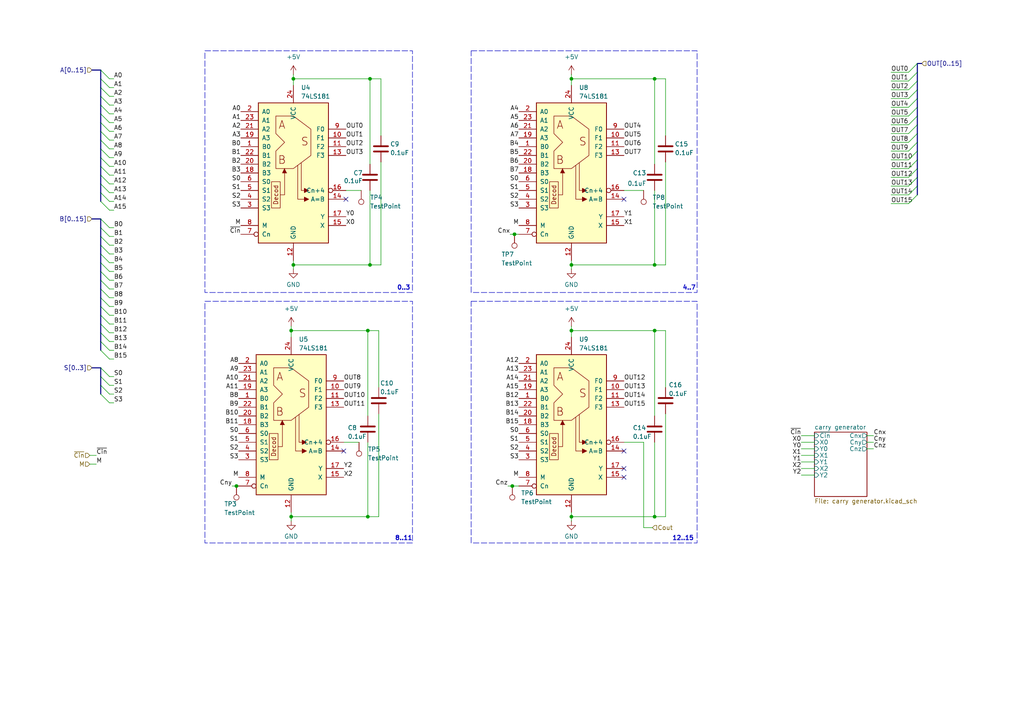
<source format=kicad_sch>
(kicad_sch (version 20231120) (generator "eeschema") (generator_version "8.0")
  (paper "A4")
  (title_block (rev "V1.0"))
  (lib_symbols
    (symbol "74xx:74LS181" (pin_names (offset 1.016))
      (property "Reference" "U" (at -7.62 21.59 0))
      (property "Value" "74LS181" (at -7.62 -21.59 0))
      (symbol "74LS181_1_0"
        (polyline (pts (xy -3.81 -6.35) (xy -2.54 -6.35) (xy -2.54 1.27)))
        (polyline (pts (xy -2.54 1.27) (xy -3.175 0) (xy -1.905 0)) (fill (type outline)))
        (polyline (pts (xy 1.27 2.159) (xy 1.27 -7.62) (xy 3.175 -7.62)))
        (polyline (pts (xy 3.175 -5.08) (xy 2.286 -5.08) (xy 2.286 2.921)))
        (polyline (pts (xy 4.445 -7.62) (xy 3.175 -6.985) (xy 3.175 -8.255) (xy 4.445 -7.62)) (fill (type outline)))
        (polyline (pts (xy 4.445 -5.08) (xy 3.175 -4.445) (xy 3.175 -5.715) (xy 4.445 -5.08)) (fill (type outline)))
        (polyline (pts (xy -6.35 -2.54) (xy -6.35 -10.16) (xy -3.81 -10.16) (xy -3.81 -2.54) (xy -6.35 -2.54)))
        (polyline (pts (xy -5.08 16.51) (xy -5.08 11.43) (xy -2.54 8.89) (xy -5.08 6.35) (xy -5.08 1.27) (xy 0 1.27) (xy 5.08 5.08) (xy 5.08 12.7) (xy 0 16.51) (xy -5.08 16.51)))
        (text "A" (at -3.302 13.97 0) (effects (font (size 2.286 2.286))))
        (text "B" (at -3.302 3.81 0) (effects (font (size 2.286 2.286))))
        (text "Decod" (at -5.08 -6.35 900) (effects (font (size 1.27 1.27))))
        (text "S" (at 3.302 9.144 0) (effects (font (size 2.286 2.286))))
        (pin input line (at -15.24 7.62 0) (length 5.08) (name "B0") (number "1"))
        (pin output line (at 15.24 10.16 180) (length 5.08) (name "F1") (number "10"))
        (pin output line (at 15.24 7.62 180) (length 5.08) (name "F2") (number "11"))
        (pin power_in line (at 0 -25.4 90) (length 5.08) (name "GND") (number "12"))
        (pin output line (at 15.24 5.08 180) (length 5.08) (name "F3") (number "13"))
        (pin output line (at 15.24 -7.62 180) (length 5.08) (name "A=B") (number "14"))
        (pin output line (at 15.24 -15.24 180) (length 5.08) (name "X") (number "15"))
        (pin output inverted (at 15.24 -5.08 180) (length 5.08) (name "Cn+4") (number "16"))
        (pin output line (at 15.24 -12.7 180) (length 5.08) (name "Y") (number "17"))
        (pin input line (at -15.24 0 0) (length 5.08) (name "B3") (number "18"))
        (pin input line (at -15.24 10.16 0) (length 5.08) (name "A3") (number "19"))
        (pin input line (at -15.24 17.78 0) (length 5.08) (name "A0") (number "2"))
        (pin input line (at -15.24 2.54 0) (length 5.08) (name "B2") (number "20"))
        (pin input line (at -15.24 12.7 0) (length 5.08) (name "A2") (number "21"))
        (pin input line (at -15.24 5.08 0) (length 5.08) (name "B1") (number "22"))
        (pin input line (at -15.24 15.24 0) (length 5.08) (name "A1") (number "23"))
        (pin power_in line (at 0 25.4 270) (length 5.08) (name "VCC") (number "24"))
        (pin input line (at -15.24 -10.16 0) (length 5.08) (name "S3") (number "3"))
        (pin input line (at -15.24 -7.62 0) (length 5.08) (name "S2") (number "4"))
        (pin input line (at -15.24 -5.08 0) (length 5.08) (name "S1") (number "5"))
        (pin input line (at -15.24 -2.54 0) (length 5.08) (name "S0") (number "6"))
        (pin input inverted (at -15.24 -17.78 0) (length 5.08) (name "Cn") (number "7"))
        (pin input line (at -15.24 -15.24 0) (length 5.08) (name "M") (number "8"))
        (pin output line (at 15.24 12.7 180) (length 5.08) (name "F0") (number "9"))
      )
      (symbol "74LS181_1_1"
        (rectangle (start -10.16 20.32) (end 10.16 -20.32) (stroke (width 0.254)) (fill (type background)))
      )
    )
    (symbol "Connector:TestPoint" (pin_numbers hide) (pin_names (offset 0.762) hide)
      (property "Reference" "TP" (at 0 6.858 0))
      (property "Value" "TestPoint" (at 0 5.08 0))
      (symbol "TestPoint_0_1"
        (circle (center 0 3.302) (radius 0.762))
      )
      (symbol "TestPoint_1_1"
        (pin passive line (at 0 0 90) (length 2.54) (name "1") (number "1"))
      )
    )
    (symbol "Device:C" (pin_numbers hide) (pin_names (offset 0.254))
      (property "Reference" "C" (at 0.635 2.54 0))
      (property "Value" "C" (at 0.635 -2.54 0))
      (symbol "C_0_1"
        (polyline (pts (xy -2.032 -0.762) (xy 2.032 -0.762)) (stroke (width 0.508)))
        (polyline (pts (xy -2.032 0.762) (xy 2.032 0.762)) (stroke (width 0.508)))
      )
      (symbol "C_1_1"
        (pin passive line (at 0 3.81 270) (length 2.794) (name "~") (number "1"))
        (pin passive line (at 0 -3.81 90) (length 2.794) (name "~") (number "2"))
      )
    )
    (symbol "power:+5V" (power) (pin_numbers hide) (pin_names (offset 0) hide)
      (property "Value" "+5V" (at 0 3.556 0))
      (symbol "+5V_0_1"
        (polyline (pts (xy -0.762 1.27) (xy 0 2.54)))
        (polyline (pts (xy 0 0) (xy 0 2.54)))
        (polyline (pts (xy 0 2.54) (xy 0.762 1.27)))
      )
      (symbol "+5V_1_1"
        (pin power_in line (at 0 0 90) (length 0) (name "~") (number "1"))
      )
    )
    (symbol "power:GND" (power) (pin_numbers hide) (pin_names (offset 0) hide)
      (property "Value" "GND" (at 0 -3.81 0))
      (symbol "GND_0_1"
        (polyline (pts (xy 0 0) (xy 0 -1.27) (xy 1.27 -1.27) (xy 0 -2.54) (xy -1.27 -1.27) (xy 0 -1.27)))
      )
      (symbol "GND_1_1"
        (pin power_in line (at 0 0 270) (length 0) (name "~") (number "1"))
      )
    )
  )
  (junction (at 165.735 76.835))
  (junction (at 107.315 22.86))
  (junction (at 84.455 95.885))
  (junction (at 85.09 76.835))
  (junction (at 189.865 22.86))
  (junction (at 165.735 149.86))
  (junction (at 189.865 149.86))
  (junction (at 189.865 95.885))
  (junction (at 106.68 149.86))
  (junction (at 107.315 76.835))
  (junction (at 165.735 95.885))
  (junction (at 148.59 140.97))
  (junction (at 84.455 149.86))
  (junction (at 189.865 76.835))
  (junction (at 85.09 22.86))
  (junction (at 149.225 67.945))
  (junction (at 165.735 22.86))
  (junction (at 68.58 140.97))
  (junction (at 106.68 95.885))
  (no_connect (at 99.695 130.81))
  (no_connect (at 180.975 135.89))
  (no_connect (at 180.975 130.81))
  (no_connect (at 100.33 57.785))
  (no_connect (at 180.975 138.43))
  (no_connect (at 180.975 57.785))
  (bus_entry (at 29.21 88.9) (size 2.54 2.54))
  (bus_entry (at 29.21 76.2) (size 2.54 2.54))
  (bus_entry (at 29.21 81.28) (size 2.54 2.54))
  (bus_entry (at 29.21 93.98) (size 2.54 2.54))
  (bus_entry (at 29.21 33.02) (size 2.54 2.54))
  (bus_entry (at 29.21 55.88) (size 2.54 2.54))
  (bus_entry (at 29.21 86.36) (size 2.54 2.54))
  (bus_entry (at 266.065 23.495) (size -2.54 2.54))
  (bus_entry (at 29.21 35.56) (size 2.54 2.54))
  (bus_entry (at 29.21 83.82) (size 2.54 2.54))
  (bus_entry (at 29.21 96.52) (size 2.54 2.54))
  (bus_entry (at 29.21 109.22) (size 2.54 2.54))
  (bus_entry (at 29.21 43.18) (size 2.54 2.54))
  (bus_entry (at 266.065 33.655) (size -2.54 2.54))
  (bus_entry (at 266.065 38.735) (size -2.54 2.54))
  (bus_entry (at 266.065 41.275) (size -2.54 2.54))
  (bus_entry (at 266.065 36.195) (size -2.54 2.54))
  (bus_entry (at 29.21 111.76) (size 2.54 2.54))
  (bus_entry (at 266.065 51.435) (size -2.54 2.54))
  (bus_entry (at 29.21 99.06) (size 2.54 2.54))
  (bus_entry (at 29.21 71.12) (size 2.54 2.54))
  (bus_entry (at 266.065 28.575) (size -2.54 2.54))
  (bus_entry (at 266.065 43.815) (size -2.54 2.54))
  (bus_entry (at 29.21 50.8) (size 2.54 2.54))
  (bus_entry (at 29.21 66.04) (size 2.54 2.54))
  (bus_entry (at 29.21 53.34) (size 2.54 2.54))
  (bus_entry (at 29.21 20.32) (size 2.54 2.54))
  (bus_entry (at 266.065 18.415) (size -2.54 2.54))
  (bus_entry (at 29.21 73.66) (size 2.54 2.54))
  (bus_entry (at 29.21 40.64) (size 2.54 2.54))
  (bus_entry (at 29.21 63.5) (size 2.54 2.54))
  (bus_entry (at 266.065 20.955) (size -2.54 2.54))
  (bus_entry (at 29.21 48.26) (size 2.54 2.54))
  (bus_entry (at 29.21 45.72) (size 2.54 2.54))
  (bus_entry (at 29.21 101.6) (size 2.54 2.54))
  (bus_entry (at 29.21 30.48) (size 2.54 2.54))
  (bus_entry (at 29.21 38.1) (size 2.54 2.54))
  (bus_entry (at 29.21 58.42) (size 2.54 2.54))
  (bus_entry (at 29.21 78.74) (size 2.54 2.54))
  (bus_entry (at 266.065 56.515) (size -2.54 2.54))
  (bus_entry (at 266.065 53.975) (size -2.54 2.54))
  (bus_entry (at 266.065 31.115) (size -2.54 2.54))
  (bus_entry (at 29.21 22.86) (size 2.54 2.54))
  (bus_entry (at 29.21 106.68) (size 2.54 2.54))
  (bus_entry (at 266.065 48.895) (size -2.54 2.54))
  (bus_entry (at 29.21 25.4) (size 2.54 2.54))
  (bus_entry (at 266.065 26.035) (size -2.54 2.54))
  (bus_entry (at 29.21 114.3) (size 2.54 2.54))
  (bus_entry (at 29.21 27.94) (size 2.54 2.54))
  (bus_entry (at 29.21 68.58) (size 2.54 2.54))
  (bus_entry (at 29.21 91.44) (size 2.54 2.54))
  (bus_entry (at 266.065 46.355) (size -2.54 2.54))
  (wire (pts (xy 67.31 140.97) (xy 68.58 140.97)))
  (wire (pts (xy 258.445 36.195) (xy 263.525 36.195)))
  (wire (pts (xy 31.75 50.8) (xy 33.02 50.8)))
  (wire (pts (xy 31.75 99.06) (xy 33.02 99.06)))
  (bus (pts (xy 266.065 23.495) (xy 266.065 26.035)))
  (wire (pts (xy 31.75 45.72) (xy 33.02 45.72)))
  (wire (pts (xy 31.75 33.02) (xy 33.02 33.02)))
  (wire (pts (xy 31.75 91.44) (xy 33.02 91.44)))
  (wire (pts (xy 31.75 81.28) (xy 33.02 81.28)))
  (wire (pts (xy 148.59 140.97) (xy 150.495 140.97)))
  (wire (pts (xy 31.75 73.66) (xy 33.02 73.66)))
  (bus (pts (xy 29.21 66.04) (xy 29.21 68.58)))
  (wire (pts (xy 193.04 76.835) (xy 189.865 76.835)))
  (wire (pts (xy 31.75 55.88) (xy 33.02 55.88)))
  (wire (pts (xy 106.68 149.86) (xy 106.68 128.27)))
  (wire (pts (xy 165.735 75.565) (xy 165.735 76.835)))
  (wire (pts (xy 107.315 76.835) (xy 107.315 55.245)))
  (wire (pts (xy 258.445 43.815) (xy 263.525 43.815)))
  (wire (pts (xy 31.75 27.94) (xy 33.02 27.94)))
  (wire (pts (xy 232.41 132.08) (xy 236.22 132.08)))
  (wire (pts (xy 165.735 148.59) (xy 165.735 149.86)))
  (wire (pts (xy 258.445 51.435) (xy 263.525 51.435)))
  (wire (pts (xy 258.445 26.035) (xy 263.525 26.035)))
  (wire (pts (xy 232.41 133.985) (xy 236.22 133.985)))
  (wire (pts (xy 189.865 95.885) (xy 193.04 95.885)))
  (bus (pts (xy 29.21 88.9) (xy 29.21 91.44)))
  (bus (pts (xy 29.21 48.26) (xy 29.21 50.8)))
  (wire (pts (xy 258.445 38.735) (xy 263.525 38.735)))
  (wire (pts (xy 193.04 46.99) (xy 193.04 76.835)))
  (wire (pts (xy 31.75 96.52) (xy 33.02 96.52)))
  (wire (pts (xy 85.09 76.835) (xy 107.315 76.835)))
  (wire (pts (xy 31.75 116.84) (xy 33.02 116.84)))
  (wire (pts (xy 110.49 46.99) (xy 110.49 76.835)))
  (wire (pts (xy 149.225 67.945) (xy 150.495 67.945)))
  (wire (pts (xy 258.445 48.895) (xy 263.525 48.895)))
  (wire (pts (xy 31.75 83.82) (xy 33.02 83.82)))
  (wire (pts (xy 31.75 86.36) (xy 33.02 86.36)))
  (wire (pts (xy 232.41 135.89) (xy 236.22 135.89)))
  (wire (pts (xy 251.46 128.27) (xy 253.365 128.27)))
  (bus (pts (xy 26.67 63.5) (xy 29.21 63.5)))
  (wire (pts (xy 232.41 128.27) (xy 236.22 128.27)))
  (wire (pts (xy 193.04 149.86) (xy 189.865 149.86)))
  (bus (pts (xy 29.21 53.34) (xy 29.21 55.88)))
  (wire (pts (xy 84.455 95.885) (xy 84.455 97.79)))
  (wire (pts (xy 31.75 78.74) (xy 33.02 78.74)))
  (wire (pts (xy 100.33 55.245) (xy 104.775 55.245)))
  (bus (pts (xy 29.21 22.86) (xy 29.21 25.4)))
  (bus (pts (xy 29.21 30.48) (xy 29.21 33.02)))
  (wire (pts (xy 193.04 22.86) (xy 193.04 39.37)))
  (wire (pts (xy 258.445 46.355) (xy 263.525 46.355)))
  (wire (pts (xy 31.75 58.42) (xy 33.02 58.42)))
  (wire (pts (xy 109.855 95.885) (xy 109.855 112.395)))
  (bus (pts (xy 29.21 96.52) (xy 29.21 99.06)))
  (wire (pts (xy 106.68 95.885) (xy 106.68 120.65)))
  (wire (pts (xy 84.455 149.86) (xy 84.455 151.13)))
  (wire (pts (xy 251.46 126.365) (xy 253.365 126.365)))
  (wire (pts (xy 110.49 22.86) (xy 110.49 39.37)))
  (wire (pts (xy 147.955 67.945) (xy 149.225 67.945)))
  (wire (pts (xy 258.445 56.515) (xy 263.525 56.515)))
  (wire (pts (xy 165.735 149.86) (xy 189.865 149.86)))
  (bus (pts (xy 29.21 27.94) (xy 29.21 30.48)))
  (bus (pts (xy 29.21 93.98) (xy 29.21 96.52)))
  (wire (pts (xy 109.855 149.86) (xy 106.68 149.86)))
  (wire (pts (xy 106.68 95.885) (xy 109.855 95.885)))
  (wire (pts (xy 84.455 94.615) (xy 84.455 95.885)))
  (wire (pts (xy 84.455 95.885) (xy 106.68 95.885)))
  (wire (pts (xy 31.75 93.98) (xy 33.02 93.98)))
  (wire (pts (xy 251.46 130.175) (xy 253.365 130.175)))
  (wire (pts (xy 147.32 140.97) (xy 148.59 140.97)))
  (bus (pts (xy 266.065 20.955) (xy 266.065 23.495)))
  (wire (pts (xy 258.445 33.655) (xy 263.525 33.655)))
  (wire (pts (xy 85.09 22.86) (xy 85.09 24.765)))
  (wire (pts (xy 232.41 130.175) (xy 236.22 130.175)))
  (bus (pts (xy 266.065 18.415) (xy 266.065 20.955)))
  (bus (pts (xy 266.065 33.655) (xy 266.065 36.195)))
  (bus (pts (xy 29.21 40.64) (xy 29.21 43.18)))
  (bus (pts (xy 266.065 36.195) (xy 266.065 38.735)))
  (bus (pts (xy 29.21 111.76) (xy 29.21 114.3)))
  (wire (pts (xy 232.41 137.795) (xy 236.22 137.795)))
  (wire (pts (xy 99.695 128.27) (xy 104.14 128.27)))
  (bus (pts (xy 29.21 43.18) (xy 29.21 45.72)))
  (bus (pts (xy 29.21 106.68) (xy 29.21 109.22)))
  (bus (pts (xy 266.065 46.355) (xy 266.065 48.895)))
  (wire (pts (xy 107.315 22.86) (xy 107.315 47.625)))
  (wire (pts (xy 68.58 140.97) (xy 69.215 140.97)))
  (wire (pts (xy 31.75 30.48) (xy 33.02 30.48)))
  (bus (pts (xy 266.065 41.275) (xy 266.065 43.815)))
  (wire (pts (xy 180.975 128.27) (xy 186.69 128.27)))
  (wire (pts (xy 258.445 20.955) (xy 263.525 20.955)))
  (wire (pts (xy 193.04 120.015) (xy 193.04 149.86)))
  (wire (pts (xy 232.41 126.365) (xy 236.22 126.365)))
  (wire (pts (xy 84.455 149.86) (xy 106.68 149.86)))
  (wire (pts (xy 165.735 22.86) (xy 189.865 22.86)))
  (wire (pts (xy 31.75 114.3) (xy 33.02 114.3)))
  (wire (pts (xy 165.735 95.885) (xy 165.735 97.79)))
  (wire (pts (xy 31.75 111.76) (xy 33.02 111.76)))
  (wire (pts (xy 84.455 148.59) (xy 84.455 149.86)))
  (bus (pts (xy 29.21 50.8) (xy 29.21 53.34)))
  (wire (pts (xy 186.69 128.27) (xy 186.69 153.035)))
  (wire (pts (xy 31.75 40.64) (xy 33.02 40.64)))
  (wire (pts (xy 165.735 94.615) (xy 165.735 95.885)))
  (wire (pts (xy 180.975 55.245) (xy 186.69 55.245)))
  (wire (pts (xy 193.04 95.885) (xy 193.04 112.395)))
  (wire (pts (xy 31.75 25.4) (xy 33.02 25.4)))
  (wire (pts (xy 31.75 43.18) (xy 33.02 43.18)))
  (wire (pts (xy 85.09 22.86) (xy 107.315 22.86)))
  (wire (pts (xy 31.75 53.34) (xy 33.02 53.34)))
  (wire (pts (xy 31.75 76.2) (xy 33.02 76.2)))
  (wire (pts (xy 189.865 149.86) (xy 189.865 128.27)))
  (bus (pts (xy 26.67 20.32) (xy 29.21 20.32)))
  (wire (pts (xy 189.865 22.86) (xy 193.04 22.86)))
  (wire (pts (xy 258.445 28.575) (xy 263.525 28.575)))
  (wire (pts (xy 31.75 109.22) (xy 33.02 109.22)))
  (wire (pts (xy 258.445 23.495) (xy 263.525 23.495)))
  (bus (pts (xy 29.21 45.72) (xy 29.21 48.26)))
  (wire (pts (xy 31.75 88.9) (xy 33.02 88.9)))
  (wire (pts (xy 165.735 76.835) (xy 189.865 76.835)))
  (wire (pts (xy 189.865 95.885) (xy 189.865 120.65)))
  (bus (pts (xy 29.21 81.28) (xy 29.21 83.82)))
  (wire (pts (xy 31.75 68.58) (xy 33.02 68.58)))
  (wire (pts (xy 85.09 76.835) (xy 85.09 78.105)))
  (bus (pts (xy 266.065 53.975) (xy 266.065 56.515)))
  (wire (pts (xy 107.315 22.86) (xy 110.49 22.86)))
  (bus (pts (xy 29.21 71.12) (xy 29.21 73.66)))
  (wire (pts (xy 31.75 60.96) (xy 33.02 60.96)))
  (wire (pts (xy 189.865 22.86) (xy 189.865 47.625)))
  (wire (pts (xy 165.735 21.59) (xy 165.735 22.86)))
  (bus (pts (xy 29.21 109.22) (xy 29.21 111.76)))
  (bus (pts (xy 266.065 48.895) (xy 266.065 51.435)))
  (wire (pts (xy 110.49 76.835) (xy 107.315 76.835)))
  (wire (pts (xy 258.445 31.115) (xy 263.525 31.115)))
  (wire (pts (xy 258.445 59.055) (xy 263.525 59.055)))
  (wire (pts (xy 165.735 95.885) (xy 189.865 95.885)))
  (wire (pts (xy 189.865 76.835) (xy 189.865 55.245)))
  (bus (pts (xy 266.065 26.035) (xy 266.065 28.575)))
  (bus (pts (xy 29.21 25.4) (xy 29.21 27.94)))
  (bus (pts (xy 26.67 106.68) (xy 29.21 106.68)))
  (wire (pts (xy 31.75 22.86) (xy 33.02 22.86)))
  (wire (pts (xy 31.75 66.04) (xy 33.02 66.04)))
  (bus (pts (xy 29.21 73.66) (xy 29.21 76.2)))
  (wire (pts (xy 109.855 120.015) (xy 109.855 149.86)))
  (wire (pts (xy 31.75 48.26) (xy 33.02 48.26)))
  (wire (pts (xy 258.445 41.275) (xy 263.525 41.275)))
  (wire (pts (xy 26.035 134.62) (xy 27.94 134.62)))
  (wire (pts (xy 85.09 75.565) (xy 85.09 76.835)))
  (wire (pts (xy 31.75 35.56) (xy 33.02 35.56)))
  (bus (pts (xy 29.21 99.06) (xy 29.21 101.6)))
  (bus (pts (xy 29.21 68.58) (xy 29.21 71.12)))
  (bus (pts (xy 29.21 20.32) (xy 29.21 22.86)))
  (bus (pts (xy 266.065 31.115) (xy 266.065 33.655)))
  (bus (pts (xy 266.065 38.735) (xy 266.065 41.275)))
  (wire (pts (xy 31.75 104.14) (xy 33.02 104.14)))
  (bus (pts (xy 266.065 51.435) (xy 266.065 53.975)))
  (wire (pts (xy 165.735 76.835) (xy 165.735 78.105)))
  (wire (pts (xy 85.09 21.59) (xy 85.09 22.86)))
  (bus (pts (xy 29.21 38.1) (xy 29.21 40.64)))
  (bus (pts (xy 29.21 63.5) (xy 29.21 66.04)))
  (bus (pts (xy 29.21 91.44) (xy 29.21 93.98)))
  (wire (pts (xy 165.735 149.86) (xy 165.735 151.13)))
  (wire (pts (xy 31.75 71.12) (xy 33.02 71.12)))
  (wire (pts (xy 186.69 153.035) (xy 189.23 153.035)))
  (bus (pts (xy 29.21 55.88) (xy 29.21 58.42)))
  (wire (pts (xy 165.735 22.86) (xy 165.735 24.765)))
  (bus (pts (xy 29.21 78.74) (xy 29.21 81.28)))
  (wire (pts (xy 31.75 101.6) (xy 33.02 101.6)))
  (bus (pts (xy 29.21 35.56) (xy 29.21 38.1)))
  (wire (pts (xy 31.75 38.1) (xy 33.02 38.1)))
  (bus (pts (xy 29.21 76.2) (xy 29.21 78.74)))
  (wire (pts (xy 26.035 132.08) (xy 27.94 132.08)))
  (bus (pts (xy 29.21 83.82) (xy 29.21 86.36)))
  (bus (pts (xy 266.065 43.815) (xy 266.065 46.355)))
  (bus (pts (xy 267.335 18.415) (xy 266.065 18.415)))
  (bus (pts (xy 29.21 86.36) (xy 29.21 88.9)))
  (wire (pts (xy 258.445 53.975) (xy 263.525 53.975)))
  (bus (pts (xy 266.065 28.575) (xy 266.065 31.115)))
  (bus (pts (xy 29.21 33.02) (xy 29.21 35.56)))
  (rectangle (start 59.436 87.376) (end 119.634 157.48) (stroke (width 0) (type dash)))
  (rectangle (start 136.652 87.376) (end 202.184 157.48) (stroke (width 0) (type dash)))
  (rectangle (start 136.652 14.732) (end 202.184 84.836) (stroke (width 0) (type dash)))
  (rectangle (start 59.436 14.732) (end 119.634 84.836) (stroke (width 0) (type dash)))
  (text "4..7" (at 199.898 83.566 0) (effects (font (size 1.27 1.27) (thickness 0.254) (bold yes))))
  (text "0..3\n" (at 117.094 83.566 0) (effects (font (size 1.27 1.27) (thickness 0.254) (bold yes))))
  (text "12..15\n" (at 198.12 156.21 0) (effects (font (size 1.27 1.27) (thickness 0.254) (bold yes))))
  (text "8..11" (at 117.094 156.21 0) (effects (font (size 1.27 1.27) (thickness 0.254) (bold yes))))
  (label "X0" (at 232.41 128.27 180))
  (label "X1" (at 232.41 132.08 180))
  (label "S3" (at 150.495 60.325 180))
  (label "M" (at 69.215 138.43 180))
  (label "A11" (at 33.02 50.8 0))
  (label "B9" (at 69.215 118.11 180))
  (label "A7" (at 150.495 40.005 180))
  (label "Cny" (at 253.365 128.27 0))
  (label "OUT12" (at 180.975 110.49 0))
  (label "M" (at 150.495 138.43 180))
  (label "OUT2" (at 258.445 26.035 0))
  (label "OUT12" (at 258.445 51.435 0))
  (label "B2" (at 33.02 71.12 0))
  (label "S3" (at 69.215 133.35 180))
  (label "Y1" (at 232.41 133.985 180))
  (label "OUT4" (at 258.445 31.115 0))
  (label "OUT11" (at 99.695 118.11 0))
  (label "S2" (at 69.215 130.81 180))
  (label "S0" (at 150.495 125.73 180))
  (label "OUT15" (at 180.975 118.11 0))
  (label "OUT3" (at 258.445 28.575 0))
  (label "B12" (at 33.02 96.52 0))
  (label "B13" (at 33.02 99.06 0))
  (label "A13" (at 33.02 55.88 0))
  (label "B1" (at 33.02 68.58 0))
  (label "OUT6" (at 258.445 36.195 0))
  (label "OUT9" (at 99.695 113.03 0))
  (label "OUT15" (at 258.445 59.055 0))
  (label "A13" (at 150.495 107.95 180))
  (label "S1" (at 150.495 55.245 180))
  (label "OUT14" (at 180.975 115.57 0))
  (label "A14" (at 33.02 58.42 0))
  (label "Cny" (at 67.31 140.97 180))
  (label "B5" (at 33.02 78.74 0))
  (label "A6" (at 150.495 37.465 180))
  (label "Cnx" (at 147.955 67.945 180))
  (label "A0" (at 33.02 22.86 0))
  (label "A6" (at 33.02 38.1 0))
  (label "B0" (at 33.02 66.04 0))
  (label "S0" (at 150.495 52.705 180))
  (label "OUT7" (at 258.445 38.735 0))
  (label "OUT5" (at 258.445 33.655 0))
  (label "B7" (at 33.02 83.82 0))
  (label "Cnx" (at 253.365 126.365 0))
  (label "A9" (at 33.02 45.72 0))
  (label "X2" (at 99.695 138.43 0))
  (label "B1" (at 69.85 45.085 180))
  (label "S0" (at 69.215 125.73 180))
  (label "OUT6" (at 180.975 42.545 0))
  (label "A2" (at 69.85 37.465 180))
  (label "A8" (at 69.215 105.41 180))
  (label "M" (at 27.94 134.62 0))
  (label "~{Cin}" (at 232.41 126.365 180))
  (label "S1" (at 150.495 128.27 180))
  (label "A12" (at 33.02 53.34 0))
  (label "A0" (at 69.85 32.385 180))
  (label "B5" (at 150.495 45.085 180))
  (label "B3" (at 69.85 50.165 180))
  (label "OUT11" (at 258.445 48.895 0))
  (label "OUT7" (at 180.975 45.085 0))
  (label "Cnz" (at 253.365 130.175 0))
  (label "A15" (at 150.495 113.03 180))
  (label "S1" (at 69.215 128.27 180))
  (label "S1" (at 69.85 55.245 180))
  (label "Y2" (at 232.41 137.795 180))
  (label "A3" (at 33.02 30.48 0))
  (label "B10" (at 33.02 91.44 0))
  (label "A5" (at 150.495 34.925 180))
  (label "A12" (at 150.495 105.41 180))
  (label "OUT10" (at 258.445 46.355 0))
  (label "B11" (at 69.215 123.19 180))
  (label "B3" (at 33.02 73.66 0))
  (label "B4" (at 150.495 42.545 180))
  (label "B10" (at 69.215 120.65 180))
  (label "S1" (at 33.02 111.76 0))
  (label "B14" (at 150.495 120.65 180))
  (label "S0" (at 33.02 109.22 0))
  (label "A10" (at 33.02 48.26 0))
  (label "A4" (at 150.495 32.385 180))
  (label "OUT3" (at 100.33 45.085 0))
  (label "B11" (at 33.02 93.98 0))
  (label "B14" (at 33.02 101.6 0))
  (label "B0" (at 69.85 42.545 180))
  (label "OUT1" (at 100.33 40.005 0))
  (label "B15" (at 150.495 123.19 180))
  (label "B7" (at 150.495 50.165 180))
  (label "OUT5" (at 180.975 40.005 0))
  (label "B13" (at 150.495 118.11 180))
  (label "A15" (at 33.02 60.96 0))
  (label "B4" (at 33.02 76.2 0))
  (label "OUT8" (at 258.445 41.275 0))
  (label "Y0" (at 232.41 130.175 180))
  (label "B8" (at 69.215 115.57 180))
  (label "S3" (at 33.02 116.84 0))
  (label "B6" (at 150.495 47.625 180))
  (label "A7" (at 33.02 40.64 0))
  (label "B8" (at 33.02 86.36 0))
  (label "S2" (at 69.85 57.785 180))
  (label "M" (at 69.85 65.405 180))
  (label "A1" (at 33.02 25.4 0))
  (label "S2" (at 33.02 114.3 0))
  (label "X2" (at 232.41 135.89 180))
  (label "S2" (at 150.495 130.81 180))
  (label "S0" (at 69.85 52.705 180))
  (label "A1" (at 69.85 34.925 180))
  (label "A9" (at 69.215 107.95 180))
  (label "X1" (at 180.975 65.405 0))
  (label "A8" (at 33.02 43.18 0))
  (label "OUT8" (at 99.695 110.49 0))
  (label "S2" (at 150.495 57.785 180))
  (label "M" (at 150.495 65.405 180))
  (label "OUT0" (at 100.33 37.465 0))
  (label "A11" (at 69.215 113.03 180))
  (label "A10" (at 69.215 110.49 180))
  (label "X0" (at 100.33 65.405 0))
  (label "Cnz" (at 147.32 140.97 180))
  (label "OUT1" (at 258.445 23.495 0))
  (label "OUT13" (at 180.975 113.03 0))
  (label "B12" (at 150.495 115.57 180))
  (label "~{Cin}" (at 69.85 67.945 180))
  (label "A5" (at 33.02 35.56 0))
  (label "S3" (at 69.85 60.325 180))
  (label "OUT10" (at 99.695 115.57 0))
  (label "OUT9" (at 258.445 43.815 0))
  (label "B15" (at 33.02 104.14 0))
  (label "Y0" (at 100.33 62.865 0))
  (label "B9" (at 33.02 88.9 0))
  (label "Y2" (at 99.695 135.89 0))
  (label "OUT2" (at 100.33 42.545 0))
  (label "Y1" (at 180.975 62.865 0))
  (label "~{Cin}" (at 27.94 132.08 0))
  (label "A3" (at 69.85 40.005 180))
  (label "OUT0" (at 258.445 20.955 0))
  (label "OUT14" (at 258.445 56.515 0))
  (label "A2" (at 33.02 27.94 0))
  (label "B2" (at 69.85 47.625 180))
  (label "A14" (at 150.495 110.49 180))
  (label "B6" (at 33.02 81.28 0))
  (label "OUT4" (at 180.975 37.465 0))
  (label "OUT13" (at 258.445 53.975 0))
  (label "S3" (at 150.495 133.35 180))
  (label "A4" (at 33.02 33.02 0))
  (hierarchical_label "S[0..3]" (shape input) (at 26.67 106.68 180))
  (hierarchical_label "M" (shape input) (at 26.035 134.62 180))
  (hierarchical_label "B[0..15]" (shape input) (at 26.67 63.5 180))
  (hierarchical_label "A[0..15]" (shape input) (at 26.67 20.32 180))
  (hierarchical_label "Cout" (shape input) (at 189.23 153.035 0))
  (hierarchical_label "OUT[0..15]" (shape input) (at 267.335 18.415 0))
  (hierarchical_label "~{Cin}" (shape input) (at 26.035 132.08 180))
  (symbol (lib_id "Device:C") (at 110.49 43.18 0) (unit 1)
    (property "Reference" "C9" (at 113.157 41.783 0) (effects (justify left)))
    (property "Value" "0.1uF" (at 113.157 44.323 0) (effects (justify left)))
    (property "Footprint" "Capacitor_SMD:C_0603_1608Metric" (effects (hide yes)))
    (property "Description" "Unpolarized capacitor" (effects (hide yes)))
  )
  (symbol (lib_id "Connector:TestPoint") (at 149.225 67.945 180) (unit 1)
    (property "Reference" "TP7" (at 145.415 73.787 0) (effects (justify right)))
    (property "Value" "TestPoint" (at 145.415 76.327 0) (effects (justify right)))
    (property "Footprint" "TestPoint:TestPoint_Pad_D1.0mm" (effects (hide yes)))
    (property "Description" "test point" (effects (hide yes)))
  )
  (symbol (lib_id "Device:C") (at 107.315 51.435 0) (unit 1)
    (property "Reference" "C7" (at 102.489 50.165 0) (effects (justify left)))
    (property "Value" "0.1uF" (at 99.695 52.451 0) (effects (justify left)))
    (property "Footprint" "Capacitor_SMD:C_0603_1608Metric" (effects (hide yes)))
    (property "Description" "Unpolarized capacitor" (effects (hide yes)))
  )
  (symbol (lib_id "74xx:74LS181") (at 85.09 50.165 0) (unit 1)
    (property "Reference" "U4" (at 87.2841 25.4 0) (effects (justify left)))
    (property "Value" "74LS181" (at 87.2841 27.94 0) (effects (justify left)))
    (property "Footprint" "Package_DIP:DIP-24_W15.24mm_Socket" (effects (hide yes)))
    (property "Datasheet" "74xx/74F181.pdf" (effects (hide yes)))
    (property "Description" "Arithmetic logic unit" (effects (hide yes)))
  )
  (symbol (lib_id "power:+5V") (at 165.735 94.615 0) (unit 1)
    (property "Reference" "#PWR022" (effects (hide yes)))
    (property "Value" "+5V" (at 165.735 89.535 0))
    (property "Description" "Power symbol creates a global label with name \"+5V\"" (effects (hide yes)))
  )
  (symbol (lib_id "74xx:74LS181") (at 165.735 123.19 0) (unit 1)
    (property "Reference" "U9" (at 167.9291 98.425 0) (effects (justify left)))
    (property "Value" "74LS181" (at 167.9291 100.965 0) (effects (justify left)))
    (property "Footprint" "Package_DIP:DIP-24_W15.24mm_Socket" (effects (hide yes)))
    (property "Datasheet" "74xx/74F181.pdf" (effects (hide yes)))
    (property "Description" "Arithmetic logic unit" (effects (hide yes)))
  )
  (symbol (lib_id "Device:C") (at 106.68 124.46 0) (unit 1)
    (property "Reference" "C8" (at 100.838 124.079 0) (effects (justify left)))
    (property "Value" "0.1uF" (at 100.838 126.619 0) (effects (justify left)))
    (property "Footprint" "Capacitor_SMD:C_0603_1608Metric" (effects (hide yes)))
    (property "Description" "Unpolarized capacitor" (effects (hide yes)))
  )
  (symbol (lib_id "Connector:TestPoint") (at 68.58 140.97 180) (unit 1)
    (property "Reference" "TP3" (at 65.024 146.177 0) (effects (justify right)))
    (property "Value" "TestPoint" (at 65.024 148.717 0) (effects (justify right)))
    (property "Footprint" "TestPoint:TestPoint_Pad_D1.0mm" (effects (hide yes)))
    (property "Description" "test point" (effects (hide yes)))
  )
  (symbol (lib_id "power:+5V") (at 165.735 21.59 0) (unit 1)
    (property "Reference" "#PWR020" (effects (hide yes)))
    (property "Value" "+5V" (at 165.735 16.51 0))
    (property "Description" "Power symbol creates a global label with name \"+5V\"" (effects (hide yes)))
  )
  (symbol (lib_id "Device:C") (at 189.865 51.435 0) (unit 1)
    (property "Reference" "C13" (at 183.515 50.165 0) (effects (justify left)))
    (property "Value" "0.1uF" (at 181.991 53.213 0) (effects (justify left)))
    (property "Footprint" "Capacitor_SMD:C_0603_1608Metric" (effects (hide yes)))
    (property "Description" "Unpolarized capacitor" (effects (hide yes)))
  )
  (symbol (lib_id "power:GND") (at 84.455 151.13 0) (unit 1)
    (property "Reference" "#PWR017" (effects (hide yes)))
    (property "Value" "GND" (at 84.455 155.575 0))
    (property "Description" "Power symbol creates a global label with name \"GND\" , ground" (effects (hide yes)))
  )
  (symbol (lib_id "power:GND") (at 165.735 151.13 0) (unit 1)
    (property "Reference" "#PWR023" (effects (hide yes)))
    (property "Value" "GND" (at 165.735 155.575 0))
    (property "Description" "Power symbol creates a global label with name \"GND\" , ground" (effects (hide yes)))
  )
  (symbol (lib_id "Device:C") (at 193.04 43.18 0) (unit 1)
    (property "Reference" "C15" (at 195.707 41.783 0) (effects (justify left)))
    (property "Value" "0.1uF" (at 195.707 44.323 0) (effects (justify left)))
    (property "Footprint" "Capacitor_SMD:C_0603_1608Metric" (effects (hide yes)))
    (property "Description" "Unpolarized capacitor" (effects (hide yes)))
  )
  (symbol (lib_id "Connector:TestPoint") (at 104.14 128.27 180) (unit 1)
    (property "Reference" "TP5" (at 106.68 130.3019 0) (effects (justify right)))
    (property "Value" "TestPoint" (at 106.68 132.8419 0) (effects (justify right)))
    (property "Footprint" "TestPoint:TestPoint_Pad_D1.0mm" (effects (hide yes)))
    (property "Description" "test point" (effects (hide yes)))
  )
  (symbol (lib_id "Connector:TestPoint") (at 148.59 140.97 180) (unit 1)
    (property "Reference" "TP6" (at 151.13 143.0019 0) (effects (justify right)))
    (property "Value" "TestPoint" (at 151.13 145.5419 0) (effects (justify right)))
    (property "Footprint" "TestPoint:TestPoint_Pad_D1.0mm" (effects (hide yes)))
    (property "Description" "test point" (effects (hide yes)))
  )
  (symbol (lib_id "Connector:TestPoint") (at 104.775 55.245 180) (unit 1)
    (property "Reference" "TP4" (at 107.315 57.2769 0) (effects (justify right)))
    (property "Value" "TestPoint" (at 107.315 59.8169 0) (effects (justify right)))
    (property "Footprint" "TestPoint:TestPoint_Pad_D1.0mm" (effects (hide yes)))
    (property "Description" "test point" (effects (hide yes)))
  )
  (symbol (lib_id "power:GND") (at 165.735 78.105 0) (unit 1)
    (property "Reference" "#PWR021" (effects (hide yes)))
    (property "Value" "GND" (at 165.735 82.55 0))
    (property "Description" "Power symbol creates a global label with name \"GND\" , ground" (effects (hide yes)))
  )
  (symbol (lib_id "power:GND") (at 85.09 78.105 0) (unit 1)
    (property "Reference" "#PWR015" (effects (hide yes)))
    (property "Value" "GND" (at 85.09 82.55 0))
    (property "Description" "Power symbol creates a global label with name \"GND\" , ground" (effects (hide yes)))
  )
  (symbol (lib_id "Device:C") (at 193.04 116.205 0) (unit 1)
    (property "Reference" "C16" (at 193.929 111.633 0) (effects (justify left)))
    (property "Value" "0.1uF" (at 193.929 114.173 0) (effects (justify left)))
    (property "Footprint" "Capacitor_SMD:C_0603_1608Metric" (effects (hide yes)))
    (property "Description" "Unpolarized capacitor" (effects (hide yes)))
  )
  (symbol (lib_id "Device:C") (at 189.865 124.46 0) (unit 1)
    (property "Reference" "C14" (at 183.515 124.079 0) (effects (justify left)))
    (property "Value" "0.1uF" (at 183.515 126.619 0) (effects (justify left)))
    (property "Footprint" "Capacitor_SMD:C_0603_1608Metric" (effects (hide yes)))
    (property "Description" "Unpolarized capacitor" (effects (hide yes)))
  )
  (symbol (lib_id "Device:C") (at 109.855 116.205 0) (unit 1)
    (property "Reference" "C10" (at 110.236 111.125 0) (effects (justify left)))
    (property "Value" "0.1uF" (at 110.236 113.665 0) (effects (justify left)))
    (property "Footprint" "Capacitor_SMD:C_0603_1608Metric" (effects (hide yes)))
    (property "Description" "Unpolarized capacitor" (effects (hide yes)))
  )
  (symbol (lib_id "power:+5V") (at 85.09 21.59 0) (unit 1)
    (property "Reference" "#PWR014" (effects (hide yes)))
    (property "Value" "+5V" (at 85.09 16.51 0))
    (property "Description" "Power symbol creates a global label with name \"+5V\"" (effects (hide yes)))
  )
  (symbol (lib_id "Connector:TestPoint") (at 186.69 55.245 180) (unit 1)
    (property "Reference" "TP8" (at 189.23 57.2769 0) (effects (justify right)))
    (property "Value" "TestPoint" (at 189.23 59.8169 0) (effects (justify right)))
    (property "Footprint" "TestPoint:TestPoint_Pad_D1.0mm" (effects (hide yes)))
    (property "Description" "test point" (effects (hide yes)))
  )
  (symbol (lib_id "power:+5V") (at 84.455 94.615 0) (unit 1)
    (property "Reference" "#PWR016" (effects (hide yes)))
    (property "Value" "+5V" (at 84.455 89.535 0))
    (property "Description" "Power symbol creates a global label with name \"+5V\"" (effects (hide yes)))
  )
  (symbol (lib_id "74xx:74LS181") (at 84.455 123.19 0) (unit 1)
    (property "Reference" "U5" (at 86.6491 98.425 0) (effects (justify left)))
    (property "Value" "74LS181" (at 86.6491 100.965 0) (effects (justify left)))
    (property "Footprint" "Package_DIP:DIP-24_W15.24mm_Socket" (effects (hide yes)))
    (property "Datasheet" "74xx/74F181.pdf" (effects (hide yes)))
    (property "Description" "Arithmetic logic unit" (effects (hide yes)))
  )
  (symbol (lib_id "74xx:74LS181") (at 165.735 50.165 0) (unit 1)
    (property "Reference" "U8" (at 167.9291 25.4 0) (effects (justify left)))
    (property "Value" "74LS181" (at 167.9291 27.94 0) (effects (justify left)))
    (property "Footprint" "Package_DIP:DIP-24_W15.24mm_Socket" (effects (hide yes)))
    (property "Datasheet" "74xx/74F181.pdf" (effects (hide yes)))
    (property "Description" "Arithmetic logic unit" (effects (hide yes)))
  )
  (sheet (at 236.22 125.349) (size 15.24 18.669) (stroke (width 0.1524))
    (property "Sheetname" "carry generator" (at 236.22 124.6374 0) (effects (justify left bottom)))
    (property "Sheetfile" "carry generator.kicad_sch" (at 236.22 144.6026 0) (effects (justify left top)))
    (pin "~{Cin}" input (at 236.22 126.365 180))
    (pin "X0" input (at 236.22 128.27 180))
    (pin "Y0" input (at 236.22 130.175 180))
    (pin "Cnx" output (at 251.46 126.365 0))
    (pin "Cny" output (at 251.46 128.27 0))
    (pin "Cnz" output (at 251.46 130.175 0))
    (pin "X1" input (at 236.22 132.08 180))
    (pin "Y1" input (at 236.22 133.985 180))
    (pin "X2" input (at 236.22 135.89 180))
    (pin "Y2" input (at 236.22 137.795 180))
  )
)
</source>
